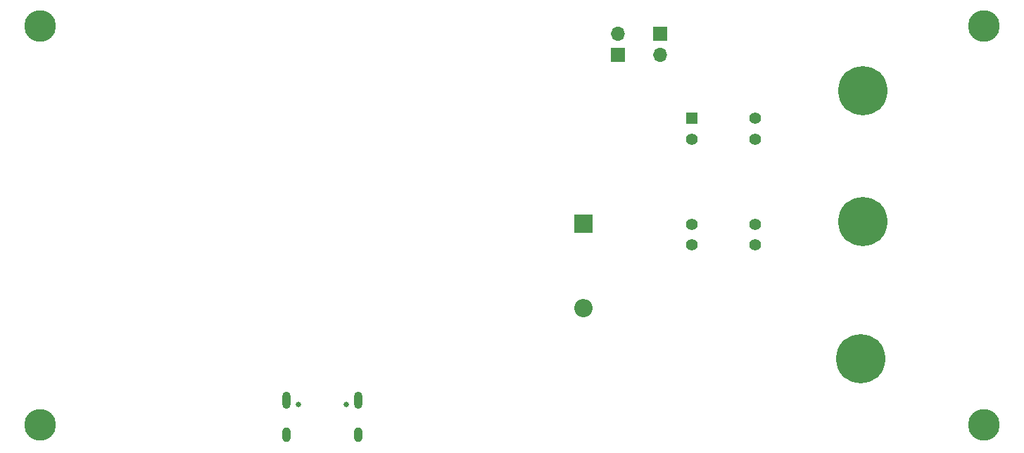
<source format=gbr>
%TF.GenerationSoftware,KiCad,Pcbnew,9.0.1-1.fc41*%
%TF.CreationDate,2025-04-10T23:58:53-07:00*%
%TF.ProjectId,Potentiostat KiCAD Prohject,506f7465-6e74-4696-9f73-746174204b69,rev?*%
%TF.SameCoordinates,Original*%
%TF.FileFunction,Soldermask,Bot*%
%TF.FilePolarity,Negative*%
%FSLAX46Y46*%
G04 Gerber Fmt 4.6, Leading zero omitted, Abs format (unit mm)*
G04 Created by KiCad (PCBNEW 9.0.1-1.fc41) date 2025-04-10 23:58:53*
%MOMM*%
%LPD*%
G01*
G04 APERTURE LIST*
%ADD10C,3.800000*%
%ADD11C,0.650000*%
%ADD12O,1.000000X2.100000*%
%ADD13O,1.000000X1.800000*%
%ADD14C,1.400000*%
%ADD15R,1.400000X1.400000*%
%ADD16C,5.918200*%
%ADD17R,1.700000X1.700000*%
%ADD18O,1.700000X1.700000*%
%ADD19R,2.200000X2.200000*%
%ADD20O,2.200000X2.200000*%
G04 APERTURE END LIST*
D10*
%TO.C,H4*%
X121000000Y-57500000D03*
%TD*%
%TO.C,H3*%
X121000000Y-105500000D03*
%TD*%
%TO.C,H2*%
X234500000Y-105500000D03*
%TD*%
%TO.C,H1*%
X234500000Y-57500000D03*
%TD*%
D11*
%TO.C,J2*%
X152050000Y-103000000D03*
X157830000Y-103000000D03*
D12*
X150620000Y-102500000D03*
D13*
X150620000Y-106680000D03*
D12*
X159260000Y-102500000D03*
D13*
X159260000Y-106680000D03*
%TD*%
D14*
%TO.C,K1*%
X207020000Y-68580000D03*
X207020000Y-71120000D03*
X207020000Y-81380000D03*
X207020000Y-83820000D03*
X199400000Y-83820000D03*
X199400000Y-81380000D03*
X199400000Y-71120000D03*
D15*
X199400000Y-68580000D03*
%TD*%
D16*
%TO.C,J5*%
X219964000Y-81026000D03*
%TD*%
D17*
%TO.C,J1*%
X190500000Y-60960000D03*
D18*
X190500000Y-58420000D03*
%TD*%
D19*
%TO.C,D2*%
X186339000Y-81280000D03*
D20*
X186339000Y-91440000D03*
%TD*%
D16*
%TO.C,J6*%
X219710000Y-97536000D03*
%TD*%
D17*
%TO.C,J3*%
X195580000Y-58420000D03*
D18*
X195580000Y-60960000D03*
%TD*%
D16*
%TO.C,J4*%
X219964000Y-65278000D03*
%TD*%
M02*

</source>
